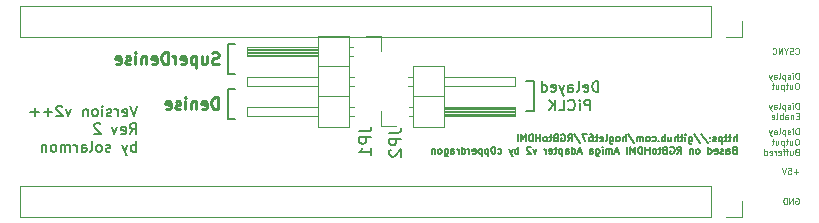
<source format=gbr>
G04 #@! TF.GenerationSoftware,KiCad,Pcbnew,(5.1.9)-1*
G04 #@! TF.CreationDate,2021-04-27T19:19:42+01:00*
G04 #@! TF.ProjectId,RGBtoHDMI Amiga Denise - v2++ Rev 2 by solarmon,52474274-6f48-4444-9d49-20416d696761,v2++ Rev 2*
G04 #@! TF.SameCoordinates,Original*
G04 #@! TF.FileFunction,Legend,Bot*
G04 #@! TF.FilePolarity,Positive*
%FSLAX46Y46*%
G04 Gerber Fmt 4.6, Leading zero omitted, Abs format (unit mm)*
G04 Created by KiCad (PCBNEW (5.1.9)-1) date 2021-04-27 19:19:42*
%MOMM*%
%LPD*%
G01*
G04 APERTURE LIST*
%ADD10C,0.125000*%
%ADD11C,0.150000*%
%ADD12C,0.200000*%
%ADD13C,0.187500*%
%ADD14C,0.250000*%
%ADD15C,0.120000*%
G04 APERTURE END LIST*
D10*
X167830452Y-85475000D02*
X167878071Y-85451190D01*
X167949500Y-85451190D01*
X168020928Y-85475000D01*
X168068547Y-85522619D01*
X168092357Y-85570238D01*
X168116166Y-85665476D01*
X168116166Y-85736904D01*
X168092357Y-85832142D01*
X168068547Y-85879761D01*
X168020928Y-85927380D01*
X167949500Y-85951190D01*
X167901880Y-85951190D01*
X167830452Y-85927380D01*
X167806642Y-85903571D01*
X167806642Y-85736904D01*
X167901880Y-85736904D01*
X167592357Y-85951190D02*
X167592357Y-85451190D01*
X167306642Y-85951190D01*
X167306642Y-85451190D01*
X167068547Y-85951190D02*
X167068547Y-85451190D01*
X166949500Y-85451190D01*
X166878071Y-85475000D01*
X166830452Y-85522619D01*
X166806642Y-85570238D01*
X166782833Y-85665476D01*
X166782833Y-85736904D01*
X166806642Y-85832142D01*
X166830452Y-85879761D01*
X166878071Y-85927380D01*
X166949500Y-85951190D01*
X167068547Y-85951190D01*
X168028857Y-83220714D02*
X167647904Y-83220714D01*
X167838380Y-83411190D02*
X167838380Y-83030238D01*
X167171714Y-82911190D02*
X167409809Y-82911190D01*
X167433619Y-83149285D01*
X167409809Y-83125476D01*
X167362190Y-83101666D01*
X167243142Y-83101666D01*
X167195523Y-83125476D01*
X167171714Y-83149285D01*
X167147904Y-83196904D01*
X167147904Y-83315952D01*
X167171714Y-83363571D01*
X167195523Y-83387380D01*
X167243142Y-83411190D01*
X167362190Y-83411190D01*
X167409809Y-83387380D01*
X167433619Y-83363571D01*
X167005047Y-82911190D02*
X166838380Y-83411190D01*
X166671714Y-82911190D01*
X168074702Y-80059690D02*
X168074702Y-79559690D01*
X167955654Y-79559690D01*
X167884226Y-79583500D01*
X167836607Y-79631119D01*
X167812797Y-79678738D01*
X167788988Y-79773976D01*
X167788988Y-79845404D01*
X167812797Y-79940642D01*
X167836607Y-79988261D01*
X167884226Y-80035880D01*
X167955654Y-80059690D01*
X168074702Y-80059690D01*
X167574702Y-80059690D02*
X167574702Y-79726357D01*
X167574702Y-79559690D02*
X167598511Y-79583500D01*
X167574702Y-79607309D01*
X167550892Y-79583500D01*
X167574702Y-79559690D01*
X167574702Y-79607309D01*
X167360416Y-80035880D02*
X167312797Y-80059690D01*
X167217559Y-80059690D01*
X167169940Y-80035880D01*
X167146130Y-79988261D01*
X167146130Y-79964452D01*
X167169940Y-79916833D01*
X167217559Y-79893023D01*
X167288988Y-79893023D01*
X167336607Y-79869214D01*
X167360416Y-79821595D01*
X167360416Y-79797785D01*
X167336607Y-79750166D01*
X167288988Y-79726357D01*
X167217559Y-79726357D01*
X167169940Y-79750166D01*
X166931845Y-79726357D02*
X166931845Y-80226357D01*
X166931845Y-79750166D02*
X166884226Y-79726357D01*
X166788988Y-79726357D01*
X166741369Y-79750166D01*
X166717559Y-79773976D01*
X166693750Y-79821595D01*
X166693750Y-79964452D01*
X166717559Y-80012071D01*
X166741369Y-80035880D01*
X166788988Y-80059690D01*
X166884226Y-80059690D01*
X166931845Y-80035880D01*
X166408035Y-80059690D02*
X166455654Y-80035880D01*
X166479464Y-79988261D01*
X166479464Y-79559690D01*
X166003273Y-80059690D02*
X166003273Y-79797785D01*
X166027083Y-79750166D01*
X166074702Y-79726357D01*
X166169940Y-79726357D01*
X166217559Y-79750166D01*
X166003273Y-80035880D02*
X166050892Y-80059690D01*
X166169940Y-80059690D01*
X166217559Y-80035880D01*
X166241369Y-79988261D01*
X166241369Y-79940642D01*
X166217559Y-79893023D01*
X166169940Y-79869214D01*
X166050892Y-79869214D01*
X166003273Y-79845404D01*
X165812797Y-79726357D02*
X165693750Y-80059690D01*
X165574702Y-79726357D02*
X165693750Y-80059690D01*
X165741369Y-80178738D01*
X165765178Y-80202547D01*
X165812797Y-80226357D01*
X167979464Y-80434690D02*
X167884226Y-80434690D01*
X167836607Y-80458500D01*
X167788988Y-80506119D01*
X167765178Y-80601357D01*
X167765178Y-80768023D01*
X167788988Y-80863261D01*
X167836607Y-80910880D01*
X167884226Y-80934690D01*
X167979464Y-80934690D01*
X168027083Y-80910880D01*
X168074702Y-80863261D01*
X168098511Y-80768023D01*
X168098511Y-80601357D01*
X168074702Y-80506119D01*
X168027083Y-80458500D01*
X167979464Y-80434690D01*
X167336607Y-80601357D02*
X167336607Y-80934690D01*
X167550892Y-80601357D02*
X167550892Y-80863261D01*
X167527083Y-80910880D01*
X167479464Y-80934690D01*
X167408035Y-80934690D01*
X167360416Y-80910880D01*
X167336607Y-80887071D01*
X167169940Y-80601357D02*
X166979464Y-80601357D01*
X167098511Y-80434690D02*
X167098511Y-80863261D01*
X167074702Y-80910880D01*
X167027083Y-80934690D01*
X166979464Y-80934690D01*
X166812797Y-80601357D02*
X166812797Y-81101357D01*
X166812797Y-80625166D02*
X166765178Y-80601357D01*
X166669940Y-80601357D01*
X166622321Y-80625166D01*
X166598511Y-80648976D01*
X166574702Y-80696595D01*
X166574702Y-80839452D01*
X166598511Y-80887071D01*
X166622321Y-80910880D01*
X166669940Y-80934690D01*
X166765178Y-80934690D01*
X166812797Y-80910880D01*
X166146130Y-80601357D02*
X166146130Y-80934690D01*
X166360416Y-80601357D02*
X166360416Y-80863261D01*
X166336607Y-80910880D01*
X166288988Y-80934690D01*
X166217559Y-80934690D01*
X166169940Y-80910880D01*
X166146130Y-80887071D01*
X165979464Y-80601357D02*
X165788988Y-80601357D01*
X165908035Y-80434690D02*
X165908035Y-80863261D01*
X165884226Y-80910880D01*
X165836607Y-80934690D01*
X165788988Y-80934690D01*
X167908035Y-81547785D02*
X167836607Y-81571595D01*
X167812797Y-81595404D01*
X167788988Y-81643023D01*
X167788988Y-81714452D01*
X167812797Y-81762071D01*
X167836607Y-81785880D01*
X167884226Y-81809690D01*
X168074702Y-81809690D01*
X168074702Y-81309690D01*
X167908035Y-81309690D01*
X167860416Y-81333500D01*
X167836607Y-81357309D01*
X167812797Y-81404928D01*
X167812797Y-81452547D01*
X167836607Y-81500166D01*
X167860416Y-81523976D01*
X167908035Y-81547785D01*
X168074702Y-81547785D01*
X167360416Y-81476357D02*
X167360416Y-81809690D01*
X167574702Y-81476357D02*
X167574702Y-81738261D01*
X167550892Y-81785880D01*
X167503273Y-81809690D01*
X167431845Y-81809690D01*
X167384226Y-81785880D01*
X167360416Y-81762071D01*
X167193750Y-81476357D02*
X167003273Y-81476357D01*
X167122321Y-81809690D02*
X167122321Y-81381119D01*
X167098511Y-81333500D01*
X167050892Y-81309690D01*
X167003273Y-81309690D01*
X166908035Y-81476357D02*
X166717559Y-81476357D01*
X166836607Y-81809690D02*
X166836607Y-81381119D01*
X166812797Y-81333500D01*
X166765178Y-81309690D01*
X166717559Y-81309690D01*
X166360416Y-81785880D02*
X166408035Y-81809690D01*
X166503273Y-81809690D01*
X166550892Y-81785880D01*
X166574702Y-81738261D01*
X166574702Y-81547785D01*
X166550892Y-81500166D01*
X166503273Y-81476357D01*
X166408035Y-81476357D01*
X166360416Y-81500166D01*
X166336607Y-81547785D01*
X166336607Y-81595404D01*
X166574702Y-81643023D01*
X166122321Y-81809690D02*
X166122321Y-81476357D01*
X166122321Y-81571595D02*
X166098511Y-81523976D01*
X166074702Y-81500166D01*
X166027083Y-81476357D01*
X165979464Y-81476357D01*
X165622321Y-81785880D02*
X165669940Y-81809690D01*
X165765178Y-81809690D01*
X165812797Y-81785880D01*
X165836607Y-81738261D01*
X165836607Y-81547785D01*
X165812797Y-81500166D01*
X165765178Y-81476357D01*
X165669940Y-81476357D01*
X165622321Y-81500166D01*
X165598511Y-81547785D01*
X165598511Y-81595404D01*
X165836607Y-81643023D01*
X165169940Y-81809690D02*
X165169940Y-81309690D01*
X165169940Y-81785880D02*
X165217559Y-81809690D01*
X165312797Y-81809690D01*
X165360416Y-81785880D01*
X165384226Y-81762071D01*
X165408035Y-81714452D01*
X165408035Y-81571595D01*
X165384226Y-81523976D01*
X165360416Y-81500166D01*
X165312797Y-81476357D01*
X165217559Y-81476357D01*
X165169940Y-81500166D01*
X168074702Y-77893690D02*
X168074702Y-77393690D01*
X167955654Y-77393690D01*
X167884226Y-77417500D01*
X167836607Y-77465119D01*
X167812797Y-77512738D01*
X167788988Y-77607976D01*
X167788988Y-77679404D01*
X167812797Y-77774642D01*
X167836607Y-77822261D01*
X167884226Y-77869880D01*
X167955654Y-77893690D01*
X168074702Y-77893690D01*
X167574702Y-77893690D02*
X167574702Y-77560357D01*
X167574702Y-77393690D02*
X167598511Y-77417500D01*
X167574702Y-77441309D01*
X167550892Y-77417500D01*
X167574702Y-77393690D01*
X167574702Y-77441309D01*
X167360416Y-77869880D02*
X167312797Y-77893690D01*
X167217559Y-77893690D01*
X167169940Y-77869880D01*
X167146130Y-77822261D01*
X167146130Y-77798452D01*
X167169940Y-77750833D01*
X167217559Y-77727023D01*
X167288988Y-77727023D01*
X167336607Y-77703214D01*
X167360416Y-77655595D01*
X167360416Y-77631785D01*
X167336607Y-77584166D01*
X167288988Y-77560357D01*
X167217559Y-77560357D01*
X167169940Y-77584166D01*
X166931845Y-77560357D02*
X166931845Y-78060357D01*
X166931845Y-77584166D02*
X166884226Y-77560357D01*
X166788988Y-77560357D01*
X166741369Y-77584166D01*
X166717559Y-77607976D01*
X166693750Y-77655595D01*
X166693750Y-77798452D01*
X166717559Y-77846071D01*
X166741369Y-77869880D01*
X166788988Y-77893690D01*
X166884226Y-77893690D01*
X166931845Y-77869880D01*
X166408035Y-77893690D02*
X166455654Y-77869880D01*
X166479464Y-77822261D01*
X166479464Y-77393690D01*
X166003273Y-77893690D02*
X166003273Y-77631785D01*
X166027083Y-77584166D01*
X166074702Y-77560357D01*
X166169940Y-77560357D01*
X166217559Y-77584166D01*
X166003273Y-77869880D02*
X166050892Y-77893690D01*
X166169940Y-77893690D01*
X166217559Y-77869880D01*
X166241369Y-77822261D01*
X166241369Y-77774642D01*
X166217559Y-77727023D01*
X166169940Y-77703214D01*
X166050892Y-77703214D01*
X166003273Y-77679404D01*
X165812797Y-77560357D02*
X165693750Y-77893690D01*
X165574702Y-77560357D02*
X165693750Y-77893690D01*
X165741369Y-78012738D01*
X165765178Y-78036547D01*
X165812797Y-78060357D01*
X168074702Y-78506785D02*
X167908035Y-78506785D01*
X167836607Y-78768690D02*
X168074702Y-78768690D01*
X168074702Y-78268690D01*
X167836607Y-78268690D01*
X167622321Y-78435357D02*
X167622321Y-78768690D01*
X167622321Y-78482976D02*
X167598511Y-78459166D01*
X167550892Y-78435357D01*
X167479464Y-78435357D01*
X167431845Y-78459166D01*
X167408035Y-78506785D01*
X167408035Y-78768690D01*
X166955654Y-78768690D02*
X166955654Y-78506785D01*
X166979464Y-78459166D01*
X167027083Y-78435357D01*
X167122321Y-78435357D01*
X167169940Y-78459166D01*
X166955654Y-78744880D02*
X167003273Y-78768690D01*
X167122321Y-78768690D01*
X167169940Y-78744880D01*
X167193750Y-78697261D01*
X167193750Y-78649642D01*
X167169940Y-78602023D01*
X167122321Y-78578214D01*
X167003273Y-78578214D01*
X166955654Y-78554404D01*
X166717559Y-78768690D02*
X166717559Y-78268690D01*
X166717559Y-78459166D02*
X166669940Y-78435357D01*
X166574702Y-78435357D01*
X166527083Y-78459166D01*
X166503273Y-78482976D01*
X166479464Y-78530595D01*
X166479464Y-78673452D01*
X166503273Y-78721071D01*
X166527083Y-78744880D01*
X166574702Y-78768690D01*
X166669940Y-78768690D01*
X166717559Y-78744880D01*
X166193750Y-78768690D02*
X166241369Y-78744880D01*
X166265178Y-78697261D01*
X166265178Y-78268690D01*
X165812797Y-78744880D02*
X165860416Y-78768690D01*
X165955654Y-78768690D01*
X166003273Y-78744880D01*
X166027083Y-78697261D01*
X166027083Y-78506785D01*
X166003273Y-78459166D01*
X165955654Y-78435357D01*
X165860416Y-78435357D01*
X165812797Y-78459166D01*
X165788988Y-78506785D01*
X165788988Y-78554404D01*
X166027083Y-78602023D01*
X168074702Y-75353690D02*
X168074702Y-74853690D01*
X167955654Y-74853690D01*
X167884226Y-74877500D01*
X167836607Y-74925119D01*
X167812797Y-74972738D01*
X167788988Y-75067976D01*
X167788988Y-75139404D01*
X167812797Y-75234642D01*
X167836607Y-75282261D01*
X167884226Y-75329880D01*
X167955654Y-75353690D01*
X168074702Y-75353690D01*
X167574702Y-75353690D02*
X167574702Y-75020357D01*
X167574702Y-74853690D02*
X167598511Y-74877500D01*
X167574702Y-74901309D01*
X167550892Y-74877500D01*
X167574702Y-74853690D01*
X167574702Y-74901309D01*
X167360416Y-75329880D02*
X167312797Y-75353690D01*
X167217559Y-75353690D01*
X167169940Y-75329880D01*
X167146130Y-75282261D01*
X167146130Y-75258452D01*
X167169940Y-75210833D01*
X167217559Y-75187023D01*
X167288988Y-75187023D01*
X167336607Y-75163214D01*
X167360416Y-75115595D01*
X167360416Y-75091785D01*
X167336607Y-75044166D01*
X167288988Y-75020357D01*
X167217559Y-75020357D01*
X167169940Y-75044166D01*
X166931845Y-75020357D02*
X166931845Y-75520357D01*
X166931845Y-75044166D02*
X166884226Y-75020357D01*
X166788988Y-75020357D01*
X166741369Y-75044166D01*
X166717559Y-75067976D01*
X166693750Y-75115595D01*
X166693750Y-75258452D01*
X166717559Y-75306071D01*
X166741369Y-75329880D01*
X166788988Y-75353690D01*
X166884226Y-75353690D01*
X166931845Y-75329880D01*
X166408035Y-75353690D02*
X166455654Y-75329880D01*
X166479464Y-75282261D01*
X166479464Y-74853690D01*
X166003273Y-75353690D02*
X166003273Y-75091785D01*
X166027083Y-75044166D01*
X166074702Y-75020357D01*
X166169940Y-75020357D01*
X166217559Y-75044166D01*
X166003273Y-75329880D02*
X166050892Y-75353690D01*
X166169940Y-75353690D01*
X166217559Y-75329880D01*
X166241369Y-75282261D01*
X166241369Y-75234642D01*
X166217559Y-75187023D01*
X166169940Y-75163214D01*
X166050892Y-75163214D01*
X166003273Y-75139404D01*
X165812797Y-75020357D02*
X165693750Y-75353690D01*
X165574702Y-75020357D02*
X165693750Y-75353690D01*
X165741369Y-75472738D01*
X165765178Y-75496547D01*
X165812797Y-75520357D01*
X167979464Y-75728690D02*
X167884226Y-75728690D01*
X167836607Y-75752500D01*
X167788988Y-75800119D01*
X167765178Y-75895357D01*
X167765178Y-76062023D01*
X167788988Y-76157261D01*
X167836607Y-76204880D01*
X167884226Y-76228690D01*
X167979464Y-76228690D01*
X168027083Y-76204880D01*
X168074702Y-76157261D01*
X168098511Y-76062023D01*
X168098511Y-75895357D01*
X168074702Y-75800119D01*
X168027083Y-75752500D01*
X167979464Y-75728690D01*
X167336607Y-75895357D02*
X167336607Y-76228690D01*
X167550892Y-75895357D02*
X167550892Y-76157261D01*
X167527083Y-76204880D01*
X167479464Y-76228690D01*
X167408035Y-76228690D01*
X167360416Y-76204880D01*
X167336607Y-76181071D01*
X167169940Y-75895357D02*
X166979464Y-75895357D01*
X167098511Y-75728690D02*
X167098511Y-76157261D01*
X167074702Y-76204880D01*
X167027083Y-76228690D01*
X166979464Y-76228690D01*
X166812797Y-75895357D02*
X166812797Y-76395357D01*
X166812797Y-75919166D02*
X166765178Y-75895357D01*
X166669940Y-75895357D01*
X166622321Y-75919166D01*
X166598511Y-75942976D01*
X166574702Y-75990595D01*
X166574702Y-76133452D01*
X166598511Y-76181071D01*
X166622321Y-76204880D01*
X166669940Y-76228690D01*
X166765178Y-76228690D01*
X166812797Y-76204880D01*
X166146130Y-75895357D02*
X166146130Y-76228690D01*
X166360416Y-75895357D02*
X166360416Y-76157261D01*
X166336607Y-76204880D01*
X166288988Y-76228690D01*
X166217559Y-76228690D01*
X166169940Y-76204880D01*
X166146130Y-76181071D01*
X165979464Y-75895357D02*
X165788988Y-75895357D01*
X165908035Y-75728690D02*
X165908035Y-76157261D01*
X165884226Y-76204880D01*
X165836607Y-76228690D01*
X165788988Y-76228690D01*
X167814523Y-73203571D02*
X167838333Y-73227380D01*
X167909761Y-73251190D01*
X167957380Y-73251190D01*
X168028809Y-73227380D01*
X168076428Y-73179761D01*
X168100238Y-73132142D01*
X168124047Y-73036904D01*
X168124047Y-72965476D01*
X168100238Y-72870238D01*
X168076428Y-72822619D01*
X168028809Y-72775000D01*
X167957380Y-72751190D01*
X167909761Y-72751190D01*
X167838333Y-72775000D01*
X167814523Y-72798809D01*
X167624047Y-73227380D02*
X167552619Y-73251190D01*
X167433571Y-73251190D01*
X167385952Y-73227380D01*
X167362142Y-73203571D01*
X167338333Y-73155952D01*
X167338333Y-73108333D01*
X167362142Y-73060714D01*
X167385952Y-73036904D01*
X167433571Y-73013095D01*
X167528809Y-72989285D01*
X167576428Y-72965476D01*
X167600238Y-72941666D01*
X167624047Y-72894047D01*
X167624047Y-72846428D01*
X167600238Y-72798809D01*
X167576428Y-72775000D01*
X167528809Y-72751190D01*
X167409761Y-72751190D01*
X167338333Y-72775000D01*
X167028809Y-73013095D02*
X167028809Y-73251190D01*
X167195476Y-72751190D02*
X167028809Y-73013095D01*
X166862142Y-72751190D01*
X166695476Y-73251190D02*
X166695476Y-72751190D01*
X166409761Y-73251190D01*
X166409761Y-72751190D01*
X165885952Y-73203571D02*
X165909761Y-73227380D01*
X165981190Y-73251190D01*
X166028809Y-73251190D01*
X166100238Y-73227380D01*
X166147857Y-73179761D01*
X166171666Y-73132142D01*
X166195476Y-73036904D01*
X166195476Y-72965476D01*
X166171666Y-72870238D01*
X166147857Y-72822619D01*
X166100238Y-72775000D01*
X166028809Y-72751190D01*
X165981190Y-72751190D01*
X165909761Y-72775000D01*
X165885952Y-72798809D01*
D11*
X112084785Y-77636142D02*
X111784785Y-78536142D01*
X111484785Y-77636142D01*
X110841928Y-78493285D02*
X110927642Y-78536142D01*
X111099071Y-78536142D01*
X111184785Y-78493285D01*
X111227642Y-78407571D01*
X111227642Y-78064714D01*
X111184785Y-77979000D01*
X111099071Y-77936142D01*
X110927642Y-77936142D01*
X110841928Y-77979000D01*
X110799071Y-78064714D01*
X110799071Y-78150428D01*
X111227642Y-78236142D01*
X110413357Y-78536142D02*
X110413357Y-77936142D01*
X110413357Y-78107571D02*
X110370500Y-78021857D01*
X110327642Y-77979000D01*
X110241928Y-77936142D01*
X110156214Y-77936142D01*
X109899071Y-78493285D02*
X109813357Y-78536142D01*
X109641928Y-78536142D01*
X109556214Y-78493285D01*
X109513357Y-78407571D01*
X109513357Y-78364714D01*
X109556214Y-78279000D01*
X109641928Y-78236142D01*
X109770500Y-78236142D01*
X109856214Y-78193285D01*
X109899071Y-78107571D01*
X109899071Y-78064714D01*
X109856214Y-77979000D01*
X109770500Y-77936142D01*
X109641928Y-77936142D01*
X109556214Y-77979000D01*
X109127642Y-78536142D02*
X109127642Y-77936142D01*
X109127642Y-77636142D02*
X109170500Y-77679000D01*
X109127642Y-77721857D01*
X109084785Y-77679000D01*
X109127642Y-77636142D01*
X109127642Y-77721857D01*
X108570500Y-78536142D02*
X108656214Y-78493285D01*
X108699071Y-78450428D01*
X108741928Y-78364714D01*
X108741928Y-78107571D01*
X108699071Y-78021857D01*
X108656214Y-77979000D01*
X108570500Y-77936142D01*
X108441928Y-77936142D01*
X108356214Y-77979000D01*
X108313357Y-78021857D01*
X108270500Y-78107571D01*
X108270500Y-78364714D01*
X108313357Y-78450428D01*
X108356214Y-78493285D01*
X108441928Y-78536142D01*
X108570500Y-78536142D01*
X107884785Y-77936142D02*
X107884785Y-78536142D01*
X107884785Y-78021857D02*
X107841928Y-77979000D01*
X107756214Y-77936142D01*
X107627642Y-77936142D01*
X107541928Y-77979000D01*
X107499071Y-78064714D01*
X107499071Y-78536142D01*
X106470500Y-77936142D02*
X106256214Y-78536142D01*
X106041928Y-77936142D01*
X105741928Y-77721857D02*
X105699071Y-77679000D01*
X105613357Y-77636142D01*
X105399071Y-77636142D01*
X105313357Y-77679000D01*
X105270500Y-77721857D01*
X105227642Y-77807571D01*
X105227642Y-77893285D01*
X105270500Y-78021857D01*
X105784785Y-78536142D01*
X105227642Y-78536142D01*
X104841928Y-78193285D02*
X104156214Y-78193285D01*
X104499071Y-78536142D02*
X104499071Y-77850428D01*
X103727642Y-78193285D02*
X103041928Y-78193285D01*
X103384785Y-78536142D02*
X103384785Y-77850428D01*
X111441928Y-80036142D02*
X111741928Y-79607571D01*
X111956214Y-80036142D02*
X111956214Y-79136142D01*
X111613357Y-79136142D01*
X111527642Y-79179000D01*
X111484785Y-79221857D01*
X111441928Y-79307571D01*
X111441928Y-79436142D01*
X111484785Y-79521857D01*
X111527642Y-79564714D01*
X111613357Y-79607571D01*
X111956214Y-79607571D01*
X110713357Y-79993285D02*
X110799071Y-80036142D01*
X110970500Y-80036142D01*
X111056214Y-79993285D01*
X111099071Y-79907571D01*
X111099071Y-79564714D01*
X111056214Y-79479000D01*
X110970500Y-79436142D01*
X110799071Y-79436142D01*
X110713357Y-79479000D01*
X110670500Y-79564714D01*
X110670500Y-79650428D01*
X111099071Y-79736142D01*
X110370500Y-79436142D02*
X110156214Y-80036142D01*
X109941928Y-79436142D01*
X108956214Y-79221857D02*
X108913357Y-79179000D01*
X108827642Y-79136142D01*
X108613357Y-79136142D01*
X108527642Y-79179000D01*
X108484785Y-79221857D01*
X108441928Y-79307571D01*
X108441928Y-79393285D01*
X108484785Y-79521857D01*
X108999071Y-80036142D01*
X108441928Y-80036142D01*
X111956214Y-81536142D02*
X111956214Y-80636142D01*
X111956214Y-80979000D02*
X111870500Y-80936142D01*
X111699071Y-80936142D01*
X111613357Y-80979000D01*
X111570500Y-81021857D01*
X111527642Y-81107571D01*
X111527642Y-81364714D01*
X111570500Y-81450428D01*
X111613357Y-81493285D01*
X111699071Y-81536142D01*
X111870500Y-81536142D01*
X111956214Y-81493285D01*
X111227642Y-80936142D02*
X111013357Y-81536142D01*
X110799071Y-80936142D02*
X111013357Y-81536142D01*
X111099071Y-81750428D01*
X111141928Y-81793285D01*
X111227642Y-81836142D01*
X109813357Y-81493285D02*
X109727642Y-81536142D01*
X109556214Y-81536142D01*
X109470500Y-81493285D01*
X109427642Y-81407571D01*
X109427642Y-81364714D01*
X109470500Y-81279000D01*
X109556214Y-81236142D01*
X109684785Y-81236142D01*
X109770500Y-81193285D01*
X109813357Y-81107571D01*
X109813357Y-81064714D01*
X109770500Y-80979000D01*
X109684785Y-80936142D01*
X109556214Y-80936142D01*
X109470500Y-80979000D01*
X108913357Y-81536142D02*
X108999071Y-81493285D01*
X109041928Y-81450428D01*
X109084785Y-81364714D01*
X109084785Y-81107571D01*
X109041928Y-81021857D01*
X108999071Y-80979000D01*
X108913357Y-80936142D01*
X108784785Y-80936142D01*
X108699071Y-80979000D01*
X108656214Y-81021857D01*
X108613357Y-81107571D01*
X108613357Y-81364714D01*
X108656214Y-81450428D01*
X108699071Y-81493285D01*
X108784785Y-81536142D01*
X108913357Y-81536142D01*
X108099071Y-81536142D02*
X108184785Y-81493285D01*
X108227642Y-81407571D01*
X108227642Y-80636142D01*
X107370500Y-81536142D02*
X107370500Y-81064714D01*
X107413357Y-80979000D01*
X107499071Y-80936142D01*
X107670500Y-80936142D01*
X107756214Y-80979000D01*
X107370500Y-81493285D02*
X107456214Y-81536142D01*
X107670500Y-81536142D01*
X107756214Y-81493285D01*
X107799071Y-81407571D01*
X107799071Y-81321857D01*
X107756214Y-81236142D01*
X107670500Y-81193285D01*
X107456214Y-81193285D01*
X107370500Y-81150428D01*
X106941928Y-81536142D02*
X106941928Y-80936142D01*
X106941928Y-81107571D02*
X106899071Y-81021857D01*
X106856214Y-80979000D01*
X106770500Y-80936142D01*
X106684785Y-80936142D01*
X106384785Y-81536142D02*
X106384785Y-80936142D01*
X106384785Y-81021857D02*
X106341928Y-80979000D01*
X106256214Y-80936142D01*
X106127642Y-80936142D01*
X106041928Y-80979000D01*
X105999071Y-81064714D01*
X105999071Y-81536142D01*
X105999071Y-81064714D02*
X105956214Y-80979000D01*
X105870500Y-80936142D01*
X105741928Y-80936142D01*
X105656214Y-80979000D01*
X105613357Y-81064714D01*
X105613357Y-81536142D01*
X105056214Y-81536142D02*
X105141928Y-81493285D01*
X105184785Y-81450428D01*
X105227642Y-81364714D01*
X105227642Y-81107571D01*
X105184785Y-81021857D01*
X105141928Y-80979000D01*
X105056214Y-80936142D01*
X104927642Y-80936142D01*
X104841928Y-80979000D01*
X104799071Y-81021857D01*
X104756214Y-81107571D01*
X104756214Y-81364714D01*
X104799071Y-81450428D01*
X104841928Y-81493285D01*
X104927642Y-81536142D01*
X105056214Y-81536142D01*
X104370500Y-80936142D02*
X104370500Y-81536142D01*
X104370500Y-81021857D02*
X104327642Y-80979000D01*
X104241928Y-80936142D01*
X104113357Y-80936142D01*
X104027642Y-80979000D01*
X103984785Y-81064714D01*
X103984785Y-81536142D01*
D12*
X145034000Y-78105000D02*
X145669000Y-78105000D01*
X145034000Y-75565000D02*
X145669000Y-75565000D01*
X145669000Y-75565000D02*
X145669000Y-78105000D01*
D13*
X151117000Y-76473392D02*
X151117000Y-75573392D01*
X150902714Y-75573392D01*
X150774142Y-75616250D01*
X150688428Y-75701964D01*
X150645571Y-75787678D01*
X150602714Y-75959107D01*
X150602714Y-76087678D01*
X150645571Y-76259107D01*
X150688428Y-76344821D01*
X150774142Y-76430535D01*
X150902714Y-76473392D01*
X151117000Y-76473392D01*
X149874142Y-76430535D02*
X149959857Y-76473392D01*
X150131285Y-76473392D01*
X150217000Y-76430535D01*
X150259857Y-76344821D01*
X150259857Y-76001964D01*
X150217000Y-75916250D01*
X150131285Y-75873392D01*
X149959857Y-75873392D01*
X149874142Y-75916250D01*
X149831285Y-76001964D01*
X149831285Y-76087678D01*
X150259857Y-76173392D01*
X149317000Y-76473392D02*
X149402714Y-76430535D01*
X149445571Y-76344821D01*
X149445571Y-75573392D01*
X148588428Y-76473392D02*
X148588428Y-76001964D01*
X148631285Y-75916250D01*
X148717000Y-75873392D01*
X148888428Y-75873392D01*
X148974142Y-75916250D01*
X148588428Y-76430535D02*
X148674142Y-76473392D01*
X148888428Y-76473392D01*
X148974142Y-76430535D01*
X149017000Y-76344821D01*
X149017000Y-76259107D01*
X148974142Y-76173392D01*
X148888428Y-76130535D01*
X148674142Y-76130535D01*
X148588428Y-76087678D01*
X148245571Y-75873392D02*
X148031285Y-76473392D01*
X147817000Y-75873392D02*
X148031285Y-76473392D01*
X148117000Y-76687678D01*
X148159857Y-76730535D01*
X148245571Y-76773392D01*
X147131285Y-76430535D02*
X147217000Y-76473392D01*
X147388428Y-76473392D01*
X147474142Y-76430535D01*
X147517000Y-76344821D01*
X147517000Y-76001964D01*
X147474142Y-75916250D01*
X147388428Y-75873392D01*
X147217000Y-75873392D01*
X147131285Y-75916250D01*
X147088428Y-76001964D01*
X147088428Y-76087678D01*
X147517000Y-76173392D01*
X146317000Y-76473392D02*
X146317000Y-75573392D01*
X146317000Y-76430535D02*
X146402714Y-76473392D01*
X146574142Y-76473392D01*
X146659857Y-76430535D01*
X146702714Y-76387678D01*
X146745571Y-76301964D01*
X146745571Y-76044821D01*
X146702714Y-75959107D01*
X146659857Y-75916250D01*
X146574142Y-75873392D01*
X146402714Y-75873392D01*
X146317000Y-75916250D01*
X150431285Y-78010892D02*
X150431285Y-77110892D01*
X150088428Y-77110892D01*
X150002714Y-77153750D01*
X149959857Y-77196607D01*
X149917000Y-77282321D01*
X149917000Y-77410892D01*
X149959857Y-77496607D01*
X150002714Y-77539464D01*
X150088428Y-77582321D01*
X150431285Y-77582321D01*
X149531285Y-78010892D02*
X149531285Y-77410892D01*
X149531285Y-77110892D02*
X149574142Y-77153750D01*
X149531285Y-77196607D01*
X149488428Y-77153750D01*
X149531285Y-77110892D01*
X149531285Y-77196607D01*
X148588428Y-77925178D02*
X148631285Y-77968035D01*
X148759857Y-78010892D01*
X148845571Y-78010892D01*
X148974142Y-77968035D01*
X149059857Y-77882321D01*
X149102714Y-77796607D01*
X149145571Y-77625178D01*
X149145571Y-77496607D01*
X149102714Y-77325178D01*
X149059857Y-77239464D01*
X148974142Y-77153750D01*
X148845571Y-77110892D01*
X148759857Y-77110892D01*
X148631285Y-77153750D01*
X148588428Y-77196607D01*
X147774142Y-78010892D02*
X148202714Y-78010892D01*
X148202714Y-77110892D01*
X147474142Y-78010892D02*
X147474142Y-77110892D01*
X146959857Y-78010892D02*
X147345571Y-77496607D01*
X146959857Y-77110892D02*
X147474142Y-77625178D01*
D12*
X119761000Y-72390000D02*
X119761000Y-74930000D01*
X120396000Y-74930000D02*
X119761000Y-74930000D01*
X119761000Y-72390000D02*
X120396000Y-72390000D01*
X120396000Y-78740000D02*
X119761000Y-78740000D01*
X119761000Y-76200000D02*
X119761000Y-78740000D01*
X119761000Y-76200000D02*
X120396000Y-76200000D01*
D14*
X118974904Y-74064761D02*
X118832047Y-74112380D01*
X118593952Y-74112380D01*
X118498713Y-74064761D01*
X118451094Y-74017142D01*
X118403475Y-73921904D01*
X118403475Y-73826666D01*
X118451094Y-73731428D01*
X118498713Y-73683809D01*
X118593952Y-73636190D01*
X118784428Y-73588571D01*
X118879666Y-73540952D01*
X118927285Y-73493333D01*
X118974904Y-73398095D01*
X118974904Y-73302857D01*
X118927285Y-73207619D01*
X118879666Y-73160000D01*
X118784428Y-73112380D01*
X118546332Y-73112380D01*
X118403475Y-73160000D01*
X117546332Y-73445714D02*
X117546332Y-74112380D01*
X117974904Y-73445714D02*
X117974904Y-73969523D01*
X117927285Y-74064761D01*
X117832047Y-74112380D01*
X117689190Y-74112380D01*
X117593952Y-74064761D01*
X117546332Y-74017142D01*
X117070142Y-73445714D02*
X117070142Y-74445714D01*
X117070142Y-73493333D02*
X116974904Y-73445714D01*
X116784428Y-73445714D01*
X116689190Y-73493333D01*
X116641571Y-73540952D01*
X116593952Y-73636190D01*
X116593952Y-73921904D01*
X116641571Y-74017142D01*
X116689190Y-74064761D01*
X116784428Y-74112380D01*
X116974904Y-74112380D01*
X117070142Y-74064761D01*
X115784428Y-74064761D02*
X115879666Y-74112380D01*
X116070142Y-74112380D01*
X116165380Y-74064761D01*
X116212999Y-73969523D01*
X116212999Y-73588571D01*
X116165380Y-73493333D01*
X116070142Y-73445714D01*
X115879666Y-73445714D01*
X115784428Y-73493333D01*
X115736809Y-73588571D01*
X115736809Y-73683809D01*
X116212999Y-73779047D01*
X115308237Y-74112380D02*
X115308237Y-73445714D01*
X115308237Y-73636190D02*
X115260618Y-73540952D01*
X115212999Y-73493333D01*
X115117761Y-73445714D01*
X115022523Y-73445714D01*
X114689190Y-74112380D02*
X114689190Y-73112380D01*
X114451094Y-73112380D01*
X114308237Y-73160000D01*
X114212999Y-73255238D01*
X114165380Y-73350476D01*
X114117761Y-73540952D01*
X114117761Y-73683809D01*
X114165380Y-73874285D01*
X114212999Y-73969523D01*
X114308237Y-74064761D01*
X114451094Y-74112380D01*
X114689190Y-74112380D01*
X113308237Y-74064761D02*
X113403475Y-74112380D01*
X113593952Y-74112380D01*
X113689190Y-74064761D01*
X113736809Y-73969523D01*
X113736809Y-73588571D01*
X113689190Y-73493333D01*
X113593952Y-73445714D01*
X113403475Y-73445714D01*
X113308237Y-73493333D01*
X113260618Y-73588571D01*
X113260618Y-73683809D01*
X113736809Y-73779047D01*
X112832047Y-73445714D02*
X112832047Y-74112380D01*
X112832047Y-73540952D02*
X112784428Y-73493333D01*
X112689190Y-73445714D01*
X112546332Y-73445714D01*
X112451094Y-73493333D01*
X112403475Y-73588571D01*
X112403475Y-74112380D01*
X111927285Y-74112380D02*
X111927285Y-73445714D01*
X111927285Y-73112380D02*
X111974904Y-73160000D01*
X111927285Y-73207619D01*
X111879666Y-73160000D01*
X111927285Y-73112380D01*
X111927285Y-73207619D01*
X111498713Y-74064761D02*
X111403475Y-74112380D01*
X111212999Y-74112380D01*
X111117761Y-74064761D01*
X111070142Y-73969523D01*
X111070142Y-73921904D01*
X111117761Y-73826666D01*
X111212999Y-73779047D01*
X111355856Y-73779047D01*
X111451094Y-73731428D01*
X111498713Y-73636190D01*
X111498713Y-73588571D01*
X111451094Y-73493333D01*
X111355856Y-73445714D01*
X111212999Y-73445714D01*
X111117761Y-73493333D01*
X110260618Y-74064761D02*
X110355856Y-74112380D01*
X110546332Y-74112380D01*
X110641571Y-74064761D01*
X110689190Y-73969523D01*
X110689190Y-73588571D01*
X110641571Y-73493333D01*
X110546332Y-73445714D01*
X110355856Y-73445714D01*
X110260618Y-73493333D01*
X110212999Y-73588571D01*
X110212999Y-73683809D01*
X110689190Y-73779047D01*
X118927285Y-77922380D02*
X118927285Y-76922380D01*
X118689190Y-76922380D01*
X118546333Y-76970000D01*
X118451095Y-77065238D01*
X118403476Y-77160476D01*
X118355857Y-77350952D01*
X118355857Y-77493809D01*
X118403476Y-77684285D01*
X118451095Y-77779523D01*
X118546333Y-77874761D01*
X118689190Y-77922380D01*
X118927285Y-77922380D01*
X117546333Y-77874761D02*
X117641571Y-77922380D01*
X117832047Y-77922380D01*
X117927285Y-77874761D01*
X117974904Y-77779523D01*
X117974904Y-77398571D01*
X117927285Y-77303333D01*
X117832047Y-77255714D01*
X117641571Y-77255714D01*
X117546333Y-77303333D01*
X117498714Y-77398571D01*
X117498714Y-77493809D01*
X117974904Y-77589047D01*
X117070142Y-77255714D02*
X117070142Y-77922380D01*
X117070142Y-77350952D02*
X117022523Y-77303333D01*
X116927285Y-77255714D01*
X116784428Y-77255714D01*
X116689190Y-77303333D01*
X116641571Y-77398571D01*
X116641571Y-77922380D01*
X116165380Y-77922380D02*
X116165380Y-77255714D01*
X116165380Y-76922380D02*
X116213000Y-76970000D01*
X116165380Y-77017619D01*
X116117761Y-76970000D01*
X116165380Y-76922380D01*
X116165380Y-77017619D01*
X115736809Y-77874761D02*
X115641571Y-77922380D01*
X115451095Y-77922380D01*
X115355857Y-77874761D01*
X115308238Y-77779523D01*
X115308238Y-77731904D01*
X115355857Y-77636666D01*
X115451095Y-77589047D01*
X115593952Y-77589047D01*
X115689190Y-77541428D01*
X115736809Y-77446190D01*
X115736809Y-77398571D01*
X115689190Y-77303333D01*
X115593952Y-77255714D01*
X115451095Y-77255714D01*
X115355857Y-77303333D01*
X114498714Y-77874761D02*
X114593952Y-77922380D01*
X114784428Y-77922380D01*
X114879666Y-77874761D01*
X114927285Y-77779523D01*
X114927285Y-77398571D01*
X114879666Y-77303333D01*
X114784428Y-77255714D01*
X114593952Y-77255714D01*
X114498714Y-77303333D01*
X114451095Y-77398571D01*
X114451095Y-77493809D01*
X114927285Y-77589047D01*
D11*
X162827642Y-80645428D02*
X162827642Y-80045428D01*
X162570500Y-80645428D02*
X162570500Y-80331142D01*
X162599071Y-80274000D01*
X162656214Y-80245428D01*
X162741928Y-80245428D01*
X162799071Y-80274000D01*
X162827642Y-80302571D01*
X162370500Y-80245428D02*
X162141928Y-80245428D01*
X162284785Y-80045428D02*
X162284785Y-80559714D01*
X162256214Y-80616857D01*
X162199071Y-80645428D01*
X162141928Y-80645428D01*
X162027642Y-80245428D02*
X161799071Y-80245428D01*
X161941928Y-80045428D02*
X161941928Y-80559714D01*
X161913357Y-80616857D01*
X161856214Y-80645428D01*
X161799071Y-80645428D01*
X161599071Y-80245428D02*
X161599071Y-80845428D01*
X161599071Y-80274000D02*
X161541928Y-80245428D01*
X161427642Y-80245428D01*
X161370500Y-80274000D01*
X161341928Y-80302571D01*
X161313357Y-80359714D01*
X161313357Y-80531142D01*
X161341928Y-80588285D01*
X161370500Y-80616857D01*
X161427642Y-80645428D01*
X161541928Y-80645428D01*
X161599071Y-80616857D01*
X161084785Y-80616857D02*
X161027642Y-80645428D01*
X160913357Y-80645428D01*
X160856214Y-80616857D01*
X160827642Y-80559714D01*
X160827642Y-80531142D01*
X160856214Y-80474000D01*
X160913357Y-80445428D01*
X160999071Y-80445428D01*
X161056214Y-80416857D01*
X161084785Y-80359714D01*
X161084785Y-80331142D01*
X161056214Y-80274000D01*
X160999071Y-80245428D01*
X160913357Y-80245428D01*
X160856214Y-80274000D01*
X160570500Y-80588285D02*
X160541928Y-80616857D01*
X160570500Y-80645428D01*
X160599071Y-80616857D01*
X160570500Y-80588285D01*
X160570500Y-80645428D01*
X160570500Y-80274000D02*
X160541928Y-80302571D01*
X160570500Y-80331142D01*
X160599071Y-80302571D01*
X160570500Y-80274000D01*
X160570500Y-80331142D01*
X159856214Y-80016857D02*
X160370500Y-80788285D01*
X159227642Y-80016857D02*
X159741928Y-80788285D01*
X158770500Y-80245428D02*
X158770500Y-80731142D01*
X158799071Y-80788285D01*
X158827642Y-80816857D01*
X158884785Y-80845428D01*
X158970500Y-80845428D01*
X159027642Y-80816857D01*
X158770500Y-80616857D02*
X158827642Y-80645428D01*
X158941928Y-80645428D01*
X158999071Y-80616857D01*
X159027642Y-80588285D01*
X159056214Y-80531142D01*
X159056214Y-80359714D01*
X159027642Y-80302571D01*
X158999071Y-80274000D01*
X158941928Y-80245428D01*
X158827642Y-80245428D01*
X158770500Y-80274000D01*
X158484785Y-80645428D02*
X158484785Y-80245428D01*
X158484785Y-80045428D02*
X158513357Y-80074000D01*
X158484785Y-80102571D01*
X158456214Y-80074000D01*
X158484785Y-80045428D01*
X158484785Y-80102571D01*
X158284785Y-80245428D02*
X158056214Y-80245428D01*
X158199071Y-80045428D02*
X158199071Y-80559714D01*
X158170500Y-80616857D01*
X158113357Y-80645428D01*
X158056214Y-80645428D01*
X157856214Y-80645428D02*
X157856214Y-80045428D01*
X157599071Y-80645428D02*
X157599071Y-80331142D01*
X157627642Y-80274000D01*
X157684785Y-80245428D01*
X157770500Y-80245428D01*
X157827642Y-80274000D01*
X157856214Y-80302571D01*
X157056214Y-80245428D02*
X157056214Y-80645428D01*
X157313357Y-80245428D02*
X157313357Y-80559714D01*
X157284785Y-80616857D01*
X157227642Y-80645428D01*
X157141928Y-80645428D01*
X157084785Y-80616857D01*
X157056214Y-80588285D01*
X156770500Y-80645428D02*
X156770500Y-80045428D01*
X156770500Y-80274000D02*
X156713357Y-80245428D01*
X156599071Y-80245428D01*
X156541928Y-80274000D01*
X156513357Y-80302571D01*
X156484785Y-80359714D01*
X156484785Y-80531142D01*
X156513357Y-80588285D01*
X156541928Y-80616857D01*
X156599071Y-80645428D01*
X156713357Y-80645428D01*
X156770500Y-80616857D01*
X156227642Y-80588285D02*
X156199071Y-80616857D01*
X156227642Y-80645428D01*
X156256214Y-80616857D01*
X156227642Y-80588285D01*
X156227642Y-80645428D01*
X155684785Y-80616857D02*
X155741928Y-80645428D01*
X155856214Y-80645428D01*
X155913357Y-80616857D01*
X155941928Y-80588285D01*
X155970500Y-80531142D01*
X155970500Y-80359714D01*
X155941928Y-80302571D01*
X155913357Y-80274000D01*
X155856214Y-80245428D01*
X155741928Y-80245428D01*
X155684785Y-80274000D01*
X155341928Y-80645428D02*
X155399071Y-80616857D01*
X155427642Y-80588285D01*
X155456214Y-80531142D01*
X155456214Y-80359714D01*
X155427642Y-80302571D01*
X155399071Y-80274000D01*
X155341928Y-80245428D01*
X155256214Y-80245428D01*
X155199071Y-80274000D01*
X155170500Y-80302571D01*
X155141928Y-80359714D01*
X155141928Y-80531142D01*
X155170500Y-80588285D01*
X155199071Y-80616857D01*
X155256214Y-80645428D01*
X155341928Y-80645428D01*
X154884785Y-80645428D02*
X154884785Y-80245428D01*
X154884785Y-80302571D02*
X154856214Y-80274000D01*
X154799071Y-80245428D01*
X154713357Y-80245428D01*
X154656214Y-80274000D01*
X154627642Y-80331142D01*
X154627642Y-80645428D01*
X154627642Y-80331142D02*
X154599071Y-80274000D01*
X154541928Y-80245428D01*
X154456214Y-80245428D01*
X154399071Y-80274000D01*
X154370500Y-80331142D01*
X154370500Y-80645428D01*
X153656214Y-80016857D02*
X154170500Y-80788285D01*
X153456214Y-80645428D02*
X153456214Y-80045428D01*
X153199071Y-80645428D02*
X153199071Y-80331142D01*
X153227642Y-80274000D01*
X153284785Y-80245428D01*
X153370500Y-80245428D01*
X153427642Y-80274000D01*
X153456214Y-80302571D01*
X152827642Y-80645428D02*
X152884785Y-80616857D01*
X152913357Y-80588285D01*
X152941928Y-80531142D01*
X152941928Y-80359714D01*
X152913357Y-80302571D01*
X152884785Y-80274000D01*
X152827642Y-80245428D01*
X152741928Y-80245428D01*
X152684785Y-80274000D01*
X152656214Y-80302571D01*
X152627642Y-80359714D01*
X152627642Y-80531142D01*
X152656214Y-80588285D01*
X152684785Y-80616857D01*
X152741928Y-80645428D01*
X152827642Y-80645428D01*
X152113357Y-80245428D02*
X152113357Y-80731142D01*
X152141928Y-80788285D01*
X152170500Y-80816857D01*
X152227642Y-80845428D01*
X152313357Y-80845428D01*
X152370500Y-80816857D01*
X152113357Y-80616857D02*
X152170500Y-80645428D01*
X152284785Y-80645428D01*
X152341928Y-80616857D01*
X152370500Y-80588285D01*
X152399071Y-80531142D01*
X152399071Y-80359714D01*
X152370500Y-80302571D01*
X152341928Y-80274000D01*
X152284785Y-80245428D01*
X152170500Y-80245428D01*
X152113357Y-80274000D01*
X151741928Y-80645428D02*
X151799071Y-80616857D01*
X151827642Y-80559714D01*
X151827642Y-80045428D01*
X151284785Y-80616857D02*
X151341928Y-80645428D01*
X151456214Y-80645428D01*
X151513357Y-80616857D01*
X151541928Y-80559714D01*
X151541928Y-80331142D01*
X151513357Y-80274000D01*
X151456214Y-80245428D01*
X151341928Y-80245428D01*
X151284785Y-80274000D01*
X151256214Y-80331142D01*
X151256214Y-80388285D01*
X151541928Y-80445428D01*
X151084785Y-80245428D02*
X150856214Y-80245428D01*
X150999071Y-80045428D02*
X150999071Y-80559714D01*
X150970500Y-80616857D01*
X150913357Y-80645428D01*
X150856214Y-80645428D01*
X150399071Y-80045428D02*
X150513357Y-80045428D01*
X150570500Y-80074000D01*
X150599071Y-80102571D01*
X150656214Y-80188285D01*
X150684785Y-80302571D01*
X150684785Y-80531142D01*
X150656214Y-80588285D01*
X150627642Y-80616857D01*
X150570500Y-80645428D01*
X150456214Y-80645428D01*
X150399071Y-80616857D01*
X150370500Y-80588285D01*
X150341928Y-80531142D01*
X150341928Y-80388285D01*
X150370500Y-80331142D01*
X150399071Y-80302571D01*
X150456214Y-80274000D01*
X150570500Y-80274000D01*
X150627642Y-80302571D01*
X150656214Y-80331142D01*
X150684785Y-80388285D01*
X150141928Y-80045428D02*
X149741928Y-80045428D01*
X149999071Y-80645428D01*
X149084785Y-80016857D02*
X149599071Y-80788285D01*
X148541928Y-80645428D02*
X148741928Y-80359714D01*
X148884785Y-80645428D02*
X148884785Y-80045428D01*
X148656214Y-80045428D01*
X148599071Y-80074000D01*
X148570500Y-80102571D01*
X148541928Y-80159714D01*
X148541928Y-80245428D01*
X148570500Y-80302571D01*
X148599071Y-80331142D01*
X148656214Y-80359714D01*
X148884785Y-80359714D01*
X147970500Y-80074000D02*
X148027642Y-80045428D01*
X148113357Y-80045428D01*
X148199071Y-80074000D01*
X148256214Y-80131142D01*
X148284785Y-80188285D01*
X148313357Y-80302571D01*
X148313357Y-80388285D01*
X148284785Y-80502571D01*
X148256214Y-80559714D01*
X148199071Y-80616857D01*
X148113357Y-80645428D01*
X148056214Y-80645428D01*
X147970500Y-80616857D01*
X147941928Y-80588285D01*
X147941928Y-80388285D01*
X148056214Y-80388285D01*
X147484785Y-80331142D02*
X147399071Y-80359714D01*
X147370500Y-80388285D01*
X147341928Y-80445428D01*
X147341928Y-80531142D01*
X147370500Y-80588285D01*
X147399071Y-80616857D01*
X147456214Y-80645428D01*
X147684785Y-80645428D01*
X147684785Y-80045428D01*
X147484785Y-80045428D01*
X147427642Y-80074000D01*
X147399071Y-80102571D01*
X147370500Y-80159714D01*
X147370500Y-80216857D01*
X147399071Y-80274000D01*
X147427642Y-80302571D01*
X147484785Y-80331142D01*
X147684785Y-80331142D01*
X147170500Y-80245428D02*
X146941928Y-80245428D01*
X147084785Y-80045428D02*
X147084785Y-80559714D01*
X147056214Y-80616857D01*
X146999071Y-80645428D01*
X146941928Y-80645428D01*
X146656214Y-80645428D02*
X146713357Y-80616857D01*
X146741928Y-80588285D01*
X146770500Y-80531142D01*
X146770500Y-80359714D01*
X146741928Y-80302571D01*
X146713357Y-80274000D01*
X146656214Y-80245428D01*
X146570500Y-80245428D01*
X146513357Y-80274000D01*
X146484785Y-80302571D01*
X146456214Y-80359714D01*
X146456214Y-80531142D01*
X146484785Y-80588285D01*
X146513357Y-80616857D01*
X146570500Y-80645428D01*
X146656214Y-80645428D01*
X146199071Y-80645428D02*
X146199071Y-80045428D01*
X146199071Y-80331142D02*
X145856214Y-80331142D01*
X145856214Y-80645428D02*
X145856214Y-80045428D01*
X145570500Y-80645428D02*
X145570500Y-80045428D01*
X145427642Y-80045428D01*
X145341928Y-80074000D01*
X145284785Y-80131142D01*
X145256214Y-80188285D01*
X145227642Y-80302571D01*
X145227642Y-80388285D01*
X145256214Y-80502571D01*
X145284785Y-80559714D01*
X145341928Y-80616857D01*
X145427642Y-80645428D01*
X145570500Y-80645428D01*
X144970500Y-80645428D02*
X144970500Y-80045428D01*
X144770500Y-80474000D01*
X144570500Y-80045428D01*
X144570500Y-80645428D01*
X144284785Y-80645428D02*
X144284785Y-80045428D01*
X162627642Y-81381142D02*
X162541928Y-81409714D01*
X162513357Y-81438285D01*
X162484785Y-81495428D01*
X162484785Y-81581142D01*
X162513357Y-81638285D01*
X162541928Y-81666857D01*
X162599071Y-81695428D01*
X162827642Y-81695428D01*
X162827642Y-81095428D01*
X162627642Y-81095428D01*
X162570500Y-81124000D01*
X162541928Y-81152571D01*
X162513357Y-81209714D01*
X162513357Y-81266857D01*
X162541928Y-81324000D01*
X162570500Y-81352571D01*
X162627642Y-81381142D01*
X162827642Y-81381142D01*
X161970500Y-81695428D02*
X161970500Y-81381142D01*
X161999071Y-81324000D01*
X162056214Y-81295428D01*
X162170500Y-81295428D01*
X162227642Y-81324000D01*
X161970500Y-81666857D02*
X162027642Y-81695428D01*
X162170500Y-81695428D01*
X162227642Y-81666857D01*
X162256214Y-81609714D01*
X162256214Y-81552571D01*
X162227642Y-81495428D01*
X162170500Y-81466857D01*
X162027642Y-81466857D01*
X161970500Y-81438285D01*
X161713357Y-81666857D02*
X161656214Y-81695428D01*
X161541928Y-81695428D01*
X161484785Y-81666857D01*
X161456214Y-81609714D01*
X161456214Y-81581142D01*
X161484785Y-81524000D01*
X161541928Y-81495428D01*
X161627642Y-81495428D01*
X161684785Y-81466857D01*
X161713357Y-81409714D01*
X161713357Y-81381142D01*
X161684785Y-81324000D01*
X161627642Y-81295428D01*
X161541928Y-81295428D01*
X161484785Y-81324000D01*
X160970500Y-81666857D02*
X161027642Y-81695428D01*
X161141928Y-81695428D01*
X161199071Y-81666857D01*
X161227642Y-81609714D01*
X161227642Y-81381142D01*
X161199071Y-81324000D01*
X161141928Y-81295428D01*
X161027642Y-81295428D01*
X160970500Y-81324000D01*
X160941928Y-81381142D01*
X160941928Y-81438285D01*
X161227642Y-81495428D01*
X160427642Y-81695428D02*
X160427642Y-81095428D01*
X160427642Y-81666857D02*
X160484785Y-81695428D01*
X160599071Y-81695428D01*
X160656214Y-81666857D01*
X160684785Y-81638285D01*
X160713357Y-81581142D01*
X160713357Y-81409714D01*
X160684785Y-81352571D01*
X160656214Y-81324000D01*
X160599071Y-81295428D01*
X160484785Y-81295428D01*
X160427642Y-81324000D01*
X159599071Y-81695428D02*
X159656214Y-81666857D01*
X159684785Y-81638285D01*
X159713357Y-81581142D01*
X159713357Y-81409714D01*
X159684785Y-81352571D01*
X159656214Y-81324000D01*
X159599071Y-81295428D01*
X159513357Y-81295428D01*
X159456214Y-81324000D01*
X159427642Y-81352571D01*
X159399071Y-81409714D01*
X159399071Y-81581142D01*
X159427642Y-81638285D01*
X159456214Y-81666857D01*
X159513357Y-81695428D01*
X159599071Y-81695428D01*
X159141928Y-81295428D02*
X159141928Y-81695428D01*
X159141928Y-81352571D02*
X159113357Y-81324000D01*
X159056214Y-81295428D01*
X158970500Y-81295428D01*
X158913357Y-81324000D01*
X158884785Y-81381142D01*
X158884785Y-81695428D01*
X157799071Y-81695428D02*
X157999071Y-81409714D01*
X158141928Y-81695428D02*
X158141928Y-81095428D01*
X157913357Y-81095428D01*
X157856214Y-81124000D01*
X157827642Y-81152571D01*
X157799071Y-81209714D01*
X157799071Y-81295428D01*
X157827642Y-81352571D01*
X157856214Y-81381142D01*
X157913357Y-81409714D01*
X158141928Y-81409714D01*
X157227642Y-81124000D02*
X157284785Y-81095428D01*
X157370500Y-81095428D01*
X157456214Y-81124000D01*
X157513357Y-81181142D01*
X157541928Y-81238285D01*
X157570500Y-81352571D01*
X157570500Y-81438285D01*
X157541928Y-81552571D01*
X157513357Y-81609714D01*
X157456214Y-81666857D01*
X157370500Y-81695428D01*
X157313357Y-81695428D01*
X157227642Y-81666857D01*
X157199071Y-81638285D01*
X157199071Y-81438285D01*
X157313357Y-81438285D01*
X156741928Y-81381142D02*
X156656214Y-81409714D01*
X156627642Y-81438285D01*
X156599071Y-81495428D01*
X156599071Y-81581142D01*
X156627642Y-81638285D01*
X156656214Y-81666857D01*
X156713357Y-81695428D01*
X156941928Y-81695428D01*
X156941928Y-81095428D01*
X156741928Y-81095428D01*
X156684785Y-81124000D01*
X156656214Y-81152571D01*
X156627642Y-81209714D01*
X156627642Y-81266857D01*
X156656214Y-81324000D01*
X156684785Y-81352571D01*
X156741928Y-81381142D01*
X156941928Y-81381142D01*
X156427642Y-81295428D02*
X156199071Y-81295428D01*
X156341928Y-81095428D02*
X156341928Y-81609714D01*
X156313357Y-81666857D01*
X156256214Y-81695428D01*
X156199071Y-81695428D01*
X155913357Y-81695428D02*
X155970500Y-81666857D01*
X155999071Y-81638285D01*
X156027642Y-81581142D01*
X156027642Y-81409714D01*
X155999071Y-81352571D01*
X155970500Y-81324000D01*
X155913357Y-81295428D01*
X155827642Y-81295428D01*
X155770500Y-81324000D01*
X155741928Y-81352571D01*
X155713357Y-81409714D01*
X155713357Y-81581142D01*
X155741928Y-81638285D01*
X155770500Y-81666857D01*
X155827642Y-81695428D01*
X155913357Y-81695428D01*
X155456214Y-81695428D02*
X155456214Y-81095428D01*
X155456214Y-81381142D02*
X155113357Y-81381142D01*
X155113357Y-81695428D02*
X155113357Y-81095428D01*
X154827642Y-81695428D02*
X154827642Y-81095428D01*
X154684785Y-81095428D01*
X154599071Y-81124000D01*
X154541928Y-81181142D01*
X154513357Y-81238285D01*
X154484785Y-81352571D01*
X154484785Y-81438285D01*
X154513357Y-81552571D01*
X154541928Y-81609714D01*
X154599071Y-81666857D01*
X154684785Y-81695428D01*
X154827642Y-81695428D01*
X154227642Y-81695428D02*
X154227642Y-81095428D01*
X154027642Y-81524000D01*
X153827642Y-81095428D01*
X153827642Y-81695428D01*
X153541928Y-81695428D02*
X153541928Y-81095428D01*
X152827642Y-81524000D02*
X152541928Y-81524000D01*
X152884785Y-81695428D02*
X152684785Y-81095428D01*
X152484785Y-81695428D01*
X152284785Y-81695428D02*
X152284785Y-81295428D01*
X152284785Y-81352571D02*
X152256214Y-81324000D01*
X152199071Y-81295428D01*
X152113357Y-81295428D01*
X152056214Y-81324000D01*
X152027642Y-81381142D01*
X152027642Y-81695428D01*
X152027642Y-81381142D02*
X151999071Y-81324000D01*
X151941928Y-81295428D01*
X151856214Y-81295428D01*
X151799071Y-81324000D01*
X151770500Y-81381142D01*
X151770500Y-81695428D01*
X151484785Y-81695428D02*
X151484785Y-81295428D01*
X151484785Y-81095428D02*
X151513357Y-81124000D01*
X151484785Y-81152571D01*
X151456214Y-81124000D01*
X151484785Y-81095428D01*
X151484785Y-81152571D01*
X150941928Y-81295428D02*
X150941928Y-81781142D01*
X150970500Y-81838285D01*
X150999071Y-81866857D01*
X151056214Y-81895428D01*
X151141928Y-81895428D01*
X151199071Y-81866857D01*
X150941928Y-81666857D02*
X150999071Y-81695428D01*
X151113357Y-81695428D01*
X151170500Y-81666857D01*
X151199071Y-81638285D01*
X151227642Y-81581142D01*
X151227642Y-81409714D01*
X151199071Y-81352571D01*
X151170500Y-81324000D01*
X151113357Y-81295428D01*
X150999071Y-81295428D01*
X150941928Y-81324000D01*
X150399071Y-81695428D02*
X150399071Y-81381142D01*
X150427642Y-81324000D01*
X150484785Y-81295428D01*
X150599071Y-81295428D01*
X150656214Y-81324000D01*
X150399071Y-81666857D02*
X150456214Y-81695428D01*
X150599071Y-81695428D01*
X150656214Y-81666857D01*
X150684785Y-81609714D01*
X150684785Y-81552571D01*
X150656214Y-81495428D01*
X150599071Y-81466857D01*
X150456214Y-81466857D01*
X150399071Y-81438285D01*
X149684785Y-81524000D02*
X149399071Y-81524000D01*
X149741928Y-81695428D02*
X149541928Y-81095428D01*
X149341928Y-81695428D01*
X148884785Y-81695428D02*
X148884785Y-81095428D01*
X148884785Y-81666857D02*
X148941928Y-81695428D01*
X149056214Y-81695428D01*
X149113357Y-81666857D01*
X149141928Y-81638285D01*
X149170500Y-81581142D01*
X149170500Y-81409714D01*
X149141928Y-81352571D01*
X149113357Y-81324000D01*
X149056214Y-81295428D01*
X148941928Y-81295428D01*
X148884785Y-81324000D01*
X148341928Y-81695428D02*
X148341928Y-81381142D01*
X148370500Y-81324000D01*
X148427642Y-81295428D01*
X148541928Y-81295428D01*
X148599071Y-81324000D01*
X148341928Y-81666857D02*
X148399071Y-81695428D01*
X148541928Y-81695428D01*
X148599071Y-81666857D01*
X148627642Y-81609714D01*
X148627642Y-81552571D01*
X148599071Y-81495428D01*
X148541928Y-81466857D01*
X148399071Y-81466857D01*
X148341928Y-81438285D01*
X148056214Y-81295428D02*
X148056214Y-81895428D01*
X148056214Y-81324000D02*
X147999071Y-81295428D01*
X147884785Y-81295428D01*
X147827642Y-81324000D01*
X147799071Y-81352571D01*
X147770500Y-81409714D01*
X147770500Y-81581142D01*
X147799071Y-81638285D01*
X147827642Y-81666857D01*
X147884785Y-81695428D01*
X147999071Y-81695428D01*
X148056214Y-81666857D01*
X147599071Y-81295428D02*
X147370500Y-81295428D01*
X147513357Y-81095428D02*
X147513357Y-81609714D01*
X147484785Y-81666857D01*
X147427642Y-81695428D01*
X147370500Y-81695428D01*
X146941928Y-81666857D02*
X146999071Y-81695428D01*
X147113357Y-81695428D01*
X147170500Y-81666857D01*
X147199071Y-81609714D01*
X147199071Y-81381142D01*
X147170500Y-81324000D01*
X147113357Y-81295428D01*
X146999071Y-81295428D01*
X146941928Y-81324000D01*
X146913357Y-81381142D01*
X146913357Y-81438285D01*
X147199071Y-81495428D01*
X146656214Y-81695428D02*
X146656214Y-81295428D01*
X146656214Y-81409714D02*
X146627642Y-81352571D01*
X146599071Y-81324000D01*
X146541928Y-81295428D01*
X146484785Y-81295428D01*
X145884785Y-81295428D02*
X145741928Y-81695428D01*
X145599071Y-81295428D01*
X145399071Y-81152571D02*
X145370500Y-81124000D01*
X145313357Y-81095428D01*
X145170500Y-81095428D01*
X145113357Y-81124000D01*
X145084785Y-81152571D01*
X145056214Y-81209714D01*
X145056214Y-81266857D01*
X145084785Y-81352571D01*
X145427642Y-81695428D01*
X145056214Y-81695428D01*
X144341928Y-81695428D02*
X144341928Y-81095428D01*
X144341928Y-81324000D02*
X144284785Y-81295428D01*
X144170500Y-81295428D01*
X144113357Y-81324000D01*
X144084785Y-81352571D01*
X144056214Y-81409714D01*
X144056214Y-81581142D01*
X144084785Y-81638285D01*
X144113357Y-81666857D01*
X144170500Y-81695428D01*
X144284785Y-81695428D01*
X144341928Y-81666857D01*
X143856214Y-81295428D02*
X143713357Y-81695428D01*
X143570500Y-81295428D02*
X143713357Y-81695428D01*
X143770500Y-81838285D01*
X143799071Y-81866857D01*
X143856214Y-81895428D01*
X142627642Y-81666857D02*
X142684785Y-81695428D01*
X142799071Y-81695428D01*
X142856214Y-81666857D01*
X142884785Y-81638285D01*
X142913357Y-81581142D01*
X142913357Y-81409714D01*
X142884785Y-81352571D01*
X142856214Y-81324000D01*
X142799071Y-81295428D01*
X142684785Y-81295428D01*
X142627642Y-81324000D01*
X142256214Y-81095428D02*
X142199071Y-81095428D01*
X142141928Y-81124000D01*
X142113357Y-81152571D01*
X142084785Y-81209714D01*
X142056214Y-81324000D01*
X142056214Y-81466857D01*
X142084785Y-81581142D01*
X142113357Y-81638285D01*
X142141928Y-81666857D01*
X142199071Y-81695428D01*
X142256214Y-81695428D01*
X142313357Y-81666857D01*
X142341928Y-81638285D01*
X142370500Y-81581142D01*
X142399071Y-81466857D01*
X142399071Y-81324000D01*
X142370500Y-81209714D01*
X142341928Y-81152571D01*
X142313357Y-81124000D01*
X142256214Y-81095428D01*
X141799071Y-81295428D02*
X141799071Y-81895428D01*
X141799071Y-81324000D02*
X141741928Y-81295428D01*
X141627642Y-81295428D01*
X141570500Y-81324000D01*
X141541928Y-81352571D01*
X141513357Y-81409714D01*
X141513357Y-81581142D01*
X141541928Y-81638285D01*
X141570500Y-81666857D01*
X141627642Y-81695428D01*
X141741928Y-81695428D01*
X141799071Y-81666857D01*
X141256214Y-81295428D02*
X141256214Y-81895428D01*
X141256214Y-81324000D02*
X141199071Y-81295428D01*
X141084785Y-81295428D01*
X141027642Y-81324000D01*
X140999071Y-81352571D01*
X140970500Y-81409714D01*
X140970500Y-81581142D01*
X140999071Y-81638285D01*
X141027642Y-81666857D01*
X141084785Y-81695428D01*
X141199071Y-81695428D01*
X141256214Y-81666857D01*
X140484785Y-81666857D02*
X140541928Y-81695428D01*
X140656214Y-81695428D01*
X140713357Y-81666857D01*
X140741928Y-81609714D01*
X140741928Y-81381142D01*
X140713357Y-81324000D01*
X140656214Y-81295428D01*
X140541928Y-81295428D01*
X140484785Y-81324000D01*
X140456214Y-81381142D01*
X140456214Y-81438285D01*
X140741928Y-81495428D01*
X140199071Y-81695428D02*
X140199071Y-81295428D01*
X140199071Y-81409714D02*
X140170500Y-81352571D01*
X140141928Y-81324000D01*
X140084785Y-81295428D01*
X140027642Y-81295428D01*
X139570500Y-81695428D02*
X139570500Y-81095428D01*
X139570500Y-81666857D02*
X139627642Y-81695428D01*
X139741928Y-81695428D01*
X139799071Y-81666857D01*
X139827642Y-81638285D01*
X139856214Y-81581142D01*
X139856214Y-81409714D01*
X139827642Y-81352571D01*
X139799071Y-81324000D01*
X139741928Y-81295428D01*
X139627642Y-81295428D01*
X139570500Y-81324000D01*
X139284785Y-81695428D02*
X139284785Y-81295428D01*
X139284785Y-81409714D02*
X139256214Y-81352571D01*
X139227642Y-81324000D01*
X139170500Y-81295428D01*
X139113357Y-81295428D01*
X138656214Y-81695428D02*
X138656214Y-81381142D01*
X138684785Y-81324000D01*
X138741928Y-81295428D01*
X138856214Y-81295428D01*
X138913357Y-81324000D01*
X138656214Y-81666857D02*
X138713357Y-81695428D01*
X138856214Y-81695428D01*
X138913357Y-81666857D01*
X138941928Y-81609714D01*
X138941928Y-81552571D01*
X138913357Y-81495428D01*
X138856214Y-81466857D01*
X138713357Y-81466857D01*
X138656214Y-81438285D01*
X138113357Y-81295428D02*
X138113357Y-81781142D01*
X138141928Y-81838285D01*
X138170500Y-81866857D01*
X138227642Y-81895428D01*
X138313357Y-81895428D01*
X138370500Y-81866857D01*
X138113357Y-81666857D02*
X138170500Y-81695428D01*
X138284785Y-81695428D01*
X138341928Y-81666857D01*
X138370500Y-81638285D01*
X138399071Y-81581142D01*
X138399071Y-81409714D01*
X138370500Y-81352571D01*
X138341928Y-81324000D01*
X138284785Y-81295428D01*
X138170500Y-81295428D01*
X138113357Y-81324000D01*
X137741928Y-81695428D02*
X137799071Y-81666857D01*
X137827642Y-81638285D01*
X137856214Y-81581142D01*
X137856214Y-81409714D01*
X137827642Y-81352571D01*
X137799071Y-81324000D01*
X137741928Y-81295428D01*
X137656214Y-81295428D01*
X137599071Y-81324000D01*
X137570500Y-81352571D01*
X137541928Y-81409714D01*
X137541928Y-81581142D01*
X137570500Y-81638285D01*
X137599071Y-81666857D01*
X137656214Y-81695428D01*
X137741928Y-81695428D01*
X137284785Y-81295428D02*
X137284785Y-81695428D01*
X137284785Y-81352571D02*
X137256214Y-81324000D01*
X137199071Y-81295428D01*
X137113357Y-81295428D01*
X137056214Y-81324000D01*
X137027642Y-81381142D01*
X137027642Y-81695428D01*
D15*
X135425000Y-79435000D02*
X135425000Y-74235000D01*
X135425000Y-74235000D02*
X138085000Y-74235000D01*
X138085000Y-74235000D02*
X138085000Y-79435000D01*
X138085000Y-79435000D02*
X135425000Y-79435000D01*
X138085000Y-78485000D02*
X144085000Y-78485000D01*
X144085000Y-78485000D02*
X144085000Y-77725000D01*
X144085000Y-77725000D02*
X138085000Y-77725000D01*
X138085000Y-78425000D02*
X144085000Y-78425000D01*
X138085000Y-78305000D02*
X144085000Y-78305000D01*
X138085000Y-78185000D02*
X144085000Y-78185000D01*
X138085000Y-78065000D02*
X144085000Y-78065000D01*
X138085000Y-77945000D02*
X144085000Y-77945000D01*
X138085000Y-77825000D02*
X144085000Y-77825000D01*
X135095000Y-78485000D02*
X135425000Y-78485000D01*
X135095000Y-77725000D02*
X135425000Y-77725000D01*
X135425000Y-76835000D02*
X138085000Y-76835000D01*
X138085000Y-75945000D02*
X144085000Y-75945000D01*
X144085000Y-75945000D02*
X144085000Y-75185000D01*
X144085000Y-75185000D02*
X138085000Y-75185000D01*
X135027929Y-75945000D02*
X135425000Y-75945000D01*
X135027929Y-75185000D02*
X135425000Y-75185000D01*
X132715000Y-78105000D02*
X132715000Y-79375000D01*
X132715000Y-79375000D02*
X133985000Y-79375000D01*
X163255000Y-87055000D02*
X163255000Y-85725000D01*
X161925000Y-87055000D02*
X163255000Y-87055000D01*
X160655000Y-87055000D02*
X160655000Y-84395000D01*
X160655000Y-84395000D02*
X102175000Y-84395000D01*
X160655000Y-87055000D02*
X102175000Y-87055000D01*
X102175000Y-87055000D02*
X102175000Y-84395000D01*
X163255000Y-71815000D02*
X163255000Y-70485000D01*
X161925000Y-71815000D02*
X163255000Y-71815000D01*
X160655000Y-71815000D02*
X160655000Y-69155000D01*
X160655000Y-69155000D02*
X102175000Y-69155000D01*
X160655000Y-71815000D02*
X102175000Y-71815000D01*
X102175000Y-71815000D02*
X102175000Y-69155000D01*
X130005000Y-71695000D02*
X130005000Y-79435000D01*
X130005000Y-79435000D02*
X127345000Y-79435000D01*
X127345000Y-79435000D02*
X127345000Y-71695000D01*
X127345000Y-71695000D02*
X130005000Y-71695000D01*
X127345000Y-72645000D02*
X121345000Y-72645000D01*
X121345000Y-72645000D02*
X121345000Y-73405000D01*
X121345000Y-73405000D02*
X127345000Y-73405000D01*
X127345000Y-72705000D02*
X121345000Y-72705000D01*
X127345000Y-72825000D02*
X121345000Y-72825000D01*
X127345000Y-72945000D02*
X121345000Y-72945000D01*
X127345000Y-73065000D02*
X121345000Y-73065000D01*
X127345000Y-73185000D02*
X121345000Y-73185000D01*
X127345000Y-73305000D02*
X121345000Y-73305000D01*
X130335000Y-72645000D02*
X130005000Y-72645000D01*
X130335000Y-73405000D02*
X130005000Y-73405000D01*
X130005000Y-74295000D02*
X127345000Y-74295000D01*
X127345000Y-75185000D02*
X121345000Y-75185000D01*
X121345000Y-75185000D02*
X121345000Y-75945000D01*
X121345000Y-75945000D02*
X127345000Y-75945000D01*
X130402071Y-75185000D02*
X130005000Y-75185000D01*
X130402071Y-75945000D02*
X130005000Y-75945000D01*
X130005000Y-76835000D02*
X127345000Y-76835000D01*
X127345000Y-77725000D02*
X121345000Y-77725000D01*
X121345000Y-77725000D02*
X121345000Y-78485000D01*
X121345000Y-78485000D02*
X127345000Y-78485000D01*
X130402071Y-77725000D02*
X130005000Y-77725000D01*
X130402071Y-78485000D02*
X130005000Y-78485000D01*
X132715000Y-73025000D02*
X132715000Y-71755000D01*
X132715000Y-71755000D02*
X131445000Y-71755000D01*
D11*
X133437380Y-79938666D02*
X134151666Y-79938666D01*
X134294523Y-79891047D01*
X134389761Y-79795809D01*
X134437380Y-79652952D01*
X134437380Y-79557714D01*
X134437380Y-80414857D02*
X133437380Y-80414857D01*
X133437380Y-80795809D01*
X133485000Y-80891047D01*
X133532619Y-80938666D01*
X133627857Y-80986285D01*
X133770714Y-80986285D01*
X133865952Y-80938666D01*
X133913571Y-80891047D01*
X133961190Y-80795809D01*
X133961190Y-80414857D01*
X133532619Y-81367238D02*
X133485000Y-81414857D01*
X133437380Y-81510095D01*
X133437380Y-81748190D01*
X133485000Y-81843428D01*
X133532619Y-81891047D01*
X133627857Y-81938666D01*
X133723095Y-81938666D01*
X133865952Y-81891047D01*
X134437380Y-81319619D01*
X134437380Y-81938666D01*
X130897380Y-79811666D02*
X131611666Y-79811666D01*
X131754523Y-79764047D01*
X131849761Y-79668809D01*
X131897380Y-79525952D01*
X131897380Y-79430714D01*
X131897380Y-80287857D02*
X130897380Y-80287857D01*
X130897380Y-80668809D01*
X130945000Y-80764047D01*
X130992619Y-80811666D01*
X131087857Y-80859285D01*
X131230714Y-80859285D01*
X131325952Y-80811666D01*
X131373571Y-80764047D01*
X131421190Y-80668809D01*
X131421190Y-80287857D01*
X131897380Y-81811666D02*
X131897380Y-81240238D01*
X131897380Y-81525952D02*
X130897380Y-81525952D01*
X131040238Y-81430714D01*
X131135476Y-81335476D01*
X131183095Y-81240238D01*
M02*

</source>
